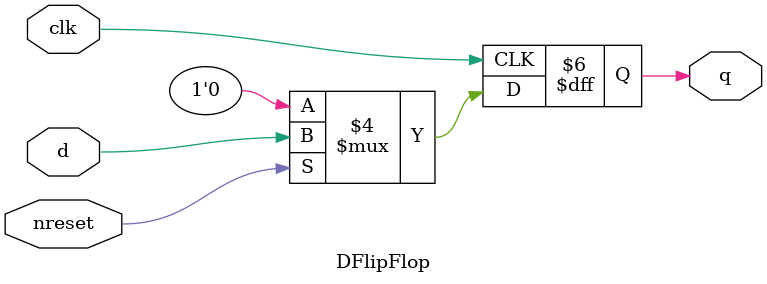
<source format=v>
`timescale 1ns / 1ps


module DFlipFlop (
    output reg  q,
    input  wire clk,
    input  wire nreset,
    input  wire d
);

    always @(posedge clk) begin
        if (nreset == 1) begin
            q = d;
        end else begin
            q = 0;
        end
    end
endmodule

</source>
